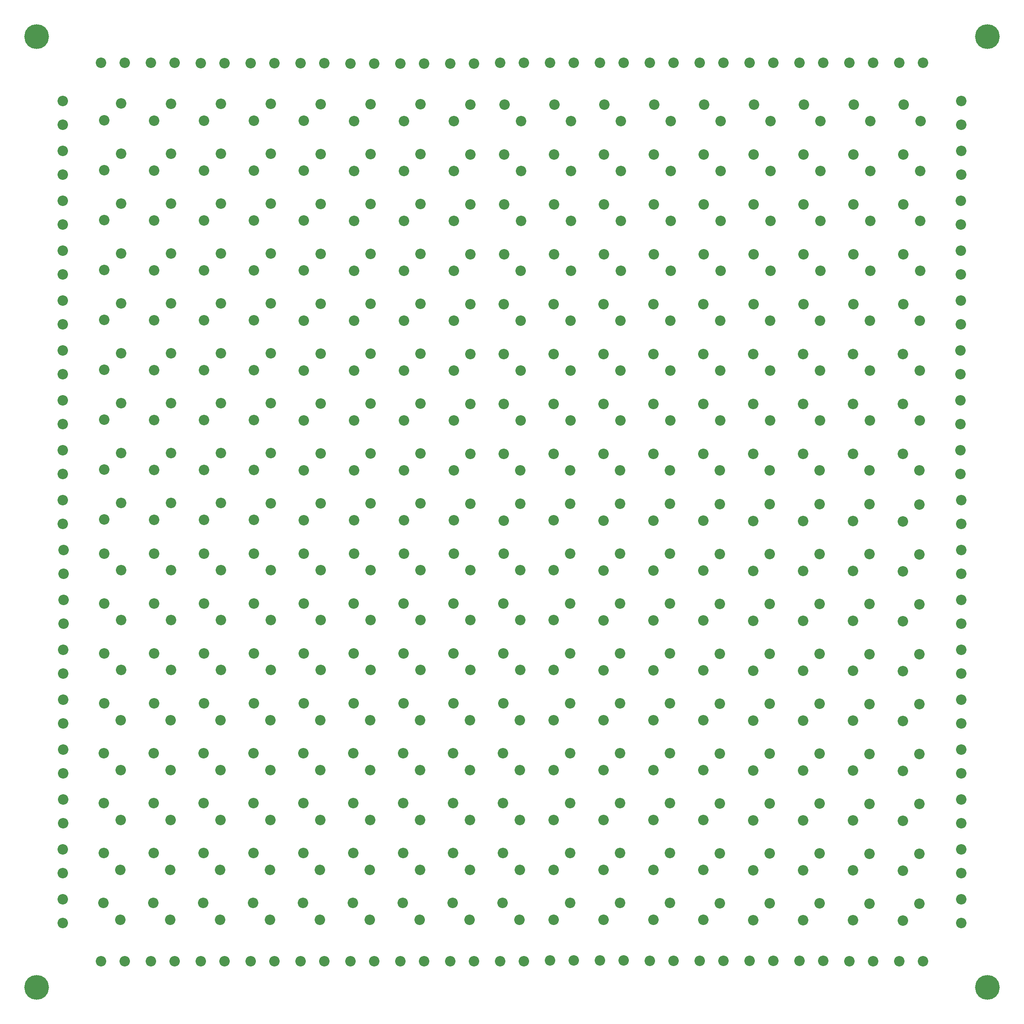
<source format=gbs>
G04 Layer_Color=16711935*
%FSLAX25Y25*%
%MOIN*%
G70*
G01*
G75*
%ADD33C,0.08674*%
%ADD34C,0.20485*%
D33*
X-9843Y372047D02*
D03*
X9843D02*
D03*
X372047Y299213D02*
D03*
Y279528D02*
D03*
X337668Y34379D02*
D03*
X323749Y48298D02*
D03*
X296330Y34379D02*
D03*
X282410Y48298D02*
D03*
X320866Y372047D02*
D03*
X340551D02*
D03*
X279527Y372047D02*
D03*
X299213D02*
D03*
X238189Y372047D02*
D03*
X257874D02*
D03*
X196850Y372047D02*
D03*
X216535D02*
D03*
X155512Y372047D02*
D03*
X175197D02*
D03*
X114173Y372047D02*
D03*
X133858D02*
D03*
X72835Y372047D02*
D03*
X92520D02*
D03*
X31496Y372047D02*
D03*
X51181D02*
D03*
X297019Y323749D02*
D03*
X283099Y337668D02*
D03*
X338357Y323749D02*
D03*
X324438Y337668D02*
D03*
X255680Y323749D02*
D03*
X241761Y337668D02*
D03*
X214342Y323749D02*
D03*
X200422Y337668D02*
D03*
X173003Y323749D02*
D03*
X159084Y337668D02*
D03*
X131665Y323749D02*
D03*
X117745Y337668D02*
D03*
X90326Y323749D02*
D03*
X76407Y337668D02*
D03*
X48987Y323749D02*
D03*
X35068Y337668D02*
D03*
X7649Y323749D02*
D03*
X-6271Y337668D02*
D03*
X296920Y282410D02*
D03*
X283001Y296330D02*
D03*
X338259Y282410D02*
D03*
X324340Y296330D02*
D03*
X255582Y282410D02*
D03*
X241662Y296330D02*
D03*
X214243Y282410D02*
D03*
X200324Y296330D02*
D03*
X172905Y282410D02*
D03*
X158985Y296330D02*
D03*
X131566Y282410D02*
D03*
X117647Y296330D02*
D03*
X90228Y282410D02*
D03*
X76308Y296330D02*
D03*
X48889Y282410D02*
D03*
X34969Y296330D02*
D03*
X7550Y282410D02*
D03*
X-6369Y296330D02*
D03*
X296822Y241072D02*
D03*
X282903Y254991D02*
D03*
X338160Y241072D02*
D03*
X324241Y254991D02*
D03*
X255483Y241072D02*
D03*
X241564Y254991D02*
D03*
X214145Y241072D02*
D03*
X200225Y254991D02*
D03*
X172806Y241072D02*
D03*
X158887Y254991D02*
D03*
X131468Y241072D02*
D03*
X117548Y254991D02*
D03*
X90129Y241072D02*
D03*
X76210Y254991D02*
D03*
X48790Y241072D02*
D03*
X34871Y254991D02*
D03*
X7452Y241072D02*
D03*
X-6468Y254991D02*
D03*
X296724Y199733D02*
D03*
X282804Y213653D02*
D03*
X338062Y199733D02*
D03*
X324143Y213653D02*
D03*
X255385Y199733D02*
D03*
X241465Y213653D02*
D03*
X214046Y199733D02*
D03*
X200127Y213653D02*
D03*
X172708Y199733D02*
D03*
X158788Y213653D02*
D03*
X131369Y199733D02*
D03*
X117450Y213653D02*
D03*
X90031Y199733D02*
D03*
X76111Y213653D02*
D03*
X48692Y199733D02*
D03*
X34773Y213653D02*
D03*
X7354Y199733D02*
D03*
X-6566Y213653D02*
D03*
X296625Y158395D02*
D03*
X282706Y172314D02*
D03*
X337964Y158395D02*
D03*
X324044Y172314D02*
D03*
X255287Y158395D02*
D03*
X241367Y172314D02*
D03*
X213948Y158395D02*
D03*
X200028Y172314D02*
D03*
X172609Y158395D02*
D03*
X158690Y172314D02*
D03*
X131271Y158395D02*
D03*
X117351Y172314D02*
D03*
X89932Y158395D02*
D03*
X76013Y172314D02*
D03*
X48594Y158395D02*
D03*
X34674Y172314D02*
D03*
X7255Y158395D02*
D03*
X-6664Y172314D02*
D03*
X296527Y117056D02*
D03*
X282607Y130975D02*
D03*
X337865Y117056D02*
D03*
X323946Y130975D02*
D03*
X255188Y117056D02*
D03*
X241269Y130975D02*
D03*
X213849Y117056D02*
D03*
X199930Y130975D02*
D03*
X172511Y117056D02*
D03*
X158591Y130975D02*
D03*
X131172Y117056D02*
D03*
X117253Y130975D02*
D03*
X89834Y117056D02*
D03*
X75914Y130975D02*
D03*
X48495Y117056D02*
D03*
X34576Y130975D02*
D03*
X7157Y117056D02*
D03*
X-6763Y130975D02*
D03*
X296428Y75717D02*
D03*
X282509Y89637D02*
D03*
X337767Y75717D02*
D03*
X323847Y89637D02*
D03*
X255090Y75718D02*
D03*
X241170Y89637D02*
D03*
X213751Y75718D02*
D03*
X199832Y89637D02*
D03*
X172413Y75718D02*
D03*
X158493Y89637D02*
D03*
X131074Y75718D02*
D03*
X117155Y89637D02*
D03*
X89735Y75718D02*
D03*
X75816Y89637D02*
D03*
X48397Y75718D02*
D03*
X34477Y89637D02*
D03*
X7058Y75718D02*
D03*
X-6861Y89637D02*
D03*
X6960Y34379D02*
D03*
X-6960Y48298D02*
D03*
X48298Y34379D02*
D03*
X34379Y48298D02*
D03*
X89637Y34379D02*
D03*
X75718Y48298D02*
D03*
X130975Y34379D02*
D03*
X117056Y48298D02*
D03*
X172314Y34379D02*
D03*
X158395Y48298D02*
D03*
X213653Y34379D02*
D03*
X199733Y48298D02*
D03*
X254991Y34379D02*
D03*
X241072Y48298D02*
D03*
X372146Y340551D02*
D03*
Y320866D02*
D03*
X371457Y51181D02*
D03*
Y31496D02*
D03*
X371555Y92520D02*
D03*
Y72835D02*
D03*
X371654Y133858D02*
D03*
Y114173D02*
D03*
X371752Y175197D02*
D03*
Y155512D02*
D03*
X371850Y216535D02*
D03*
Y196850D02*
D03*
X371949Y257874D02*
D03*
Y238189D02*
D03*
X-257874Y371949D02*
D03*
X-238189D02*
D03*
X-216535Y371850D02*
D03*
X-196850D02*
D03*
X-175197Y371752D02*
D03*
X-155512D02*
D03*
X-133858Y371654D02*
D03*
X-114173D02*
D03*
X-92520Y371555D02*
D03*
X-72835D02*
D03*
X-51181Y371457D02*
D03*
X-31496D02*
D03*
X-340551Y372146D02*
D03*
X-320866D02*
D03*
X-34379Y254991D02*
D03*
X-48298Y241072D02*
D03*
X-34379Y213653D02*
D03*
X-48298Y199733D02*
D03*
X-34379Y172314D02*
D03*
X-48298Y158395D02*
D03*
X-34379Y130975D02*
D03*
X-48298Y117056D02*
D03*
X-34379Y89637D02*
D03*
X-48298Y75718D02*
D03*
X-34379Y48298D02*
D03*
X-48298Y34379D02*
D03*
X-34379Y6960D02*
D03*
X-48298Y-6960D02*
D03*
X-75718Y7058D02*
D03*
X-89637Y-6861D02*
D03*
X-75718Y48397D02*
D03*
X-89637Y34477D02*
D03*
X-75718Y89735D02*
D03*
X-89637Y75816D02*
D03*
X-75718Y131074D02*
D03*
X-89637Y117155D02*
D03*
X-75718Y172413D02*
D03*
X-89637Y158493D02*
D03*
X-75718Y213751D02*
D03*
X-89637Y199832D02*
D03*
X-75718Y255090D02*
D03*
X-89637Y241170D02*
D03*
X-75717Y337767D02*
D03*
X-89637Y323847D02*
D03*
X-75717Y296428D02*
D03*
X-89637Y282509D02*
D03*
X-117056Y7157D02*
D03*
X-130975Y-6763D02*
D03*
X-117056Y48495D02*
D03*
X-130975Y34576D02*
D03*
X-117056Y89834D02*
D03*
X-130975Y75914D02*
D03*
X-117056Y131172D02*
D03*
X-130975Y117253D02*
D03*
X-117056Y172511D02*
D03*
X-130975Y158591D02*
D03*
X-117056Y213849D02*
D03*
X-130975Y199930D02*
D03*
X-117056Y255188D02*
D03*
X-130975Y241269D02*
D03*
X-117056Y337865D02*
D03*
X-130975Y323946D02*
D03*
X-117056Y296527D02*
D03*
X-130975Y282607D02*
D03*
X-158395Y7255D02*
D03*
X-172314Y-6664D02*
D03*
X-158395Y48594D02*
D03*
X-172314Y34674D02*
D03*
X-158395Y89932D02*
D03*
X-172314Y76013D02*
D03*
X-158395Y131271D02*
D03*
X-172314Y117351D02*
D03*
X-158395Y172609D02*
D03*
X-172314Y158690D02*
D03*
X-158395Y213948D02*
D03*
X-172314Y200028D02*
D03*
X-158395Y255287D02*
D03*
X-172314Y241367D02*
D03*
X-158395Y337964D02*
D03*
X-172314Y324044D02*
D03*
X-158395Y296625D02*
D03*
X-172314Y282706D02*
D03*
X-199733Y7354D02*
D03*
X-213653Y-6566D02*
D03*
X-199733Y48692D02*
D03*
X-213653Y34773D02*
D03*
X-199733Y90031D02*
D03*
X-213653Y76111D02*
D03*
X-199733Y131369D02*
D03*
X-213653Y117450D02*
D03*
X-199733Y172708D02*
D03*
X-213653Y158788D02*
D03*
X-199733Y214046D02*
D03*
X-213653Y200127D02*
D03*
X-199733Y255385D02*
D03*
X-213653Y241465D02*
D03*
X-199733Y338062D02*
D03*
X-213653Y324143D02*
D03*
X-199733Y296724D02*
D03*
X-213653Y282804D02*
D03*
X-241072Y7452D02*
D03*
X-254991Y-6468D02*
D03*
X-241072Y48790D02*
D03*
X-254991Y34871D02*
D03*
X-241072Y90129D02*
D03*
X-254991Y76210D02*
D03*
X-241072Y131468D02*
D03*
X-254991Y117548D02*
D03*
X-241072Y172806D02*
D03*
X-254991Y158887D02*
D03*
X-241072Y214145D02*
D03*
X-254991Y200225D02*
D03*
X-241072Y255483D02*
D03*
X-254991Y241564D02*
D03*
X-241072Y338160D02*
D03*
X-254991Y324241D02*
D03*
X-241072Y296822D02*
D03*
X-254991Y282903D02*
D03*
X-282410Y7550D02*
D03*
X-296330Y-6369D02*
D03*
X-282410Y48889D02*
D03*
X-296330Y34969D02*
D03*
X-282410Y90228D02*
D03*
X-296330Y76308D02*
D03*
X-282410Y131566D02*
D03*
X-296330Y117647D02*
D03*
X-282410Y172905D02*
D03*
X-296330Y158985D02*
D03*
X-282410Y214243D02*
D03*
X-296330Y200324D02*
D03*
X-282410Y255582D02*
D03*
X-296330Y241662D02*
D03*
X-282410Y338259D02*
D03*
X-296330Y324340D02*
D03*
X-282410Y296920D02*
D03*
X-296330Y283001D02*
D03*
X-323749Y7649D02*
D03*
X-337668Y-6271D02*
D03*
X-323749Y48987D02*
D03*
X-337668Y35068D02*
D03*
X-323749Y90326D02*
D03*
X-337668Y76407D02*
D03*
X-323749Y131665D02*
D03*
X-337668Y117745D02*
D03*
X-323749Y173003D02*
D03*
X-337668Y159084D02*
D03*
X-323749Y214342D02*
D03*
X-337668Y200422D02*
D03*
X-323749Y255680D02*
D03*
X-337668Y241761D02*
D03*
X-323749Y338357D02*
D03*
X-337668Y324438D02*
D03*
X-323749Y297019D02*
D03*
X-337668Y283099D02*
D03*
X-372047Y31496D02*
D03*
Y51181D02*
D03*
X-372047Y72835D02*
D03*
Y92520D02*
D03*
X-372047Y114173D02*
D03*
Y133858D02*
D03*
X-372047Y155512D02*
D03*
Y175197D02*
D03*
X-372047Y196850D02*
D03*
Y216535D02*
D03*
X-372047Y238189D02*
D03*
Y257874D02*
D03*
X-372047Y279527D02*
D03*
Y299213D02*
D03*
X-372047Y320866D02*
D03*
Y340551D02*
D03*
X-34379Y296330D02*
D03*
X-48298Y282410D02*
D03*
X-34379Y337668D02*
D03*
X-48298Y323749D02*
D03*
X-299213Y372047D02*
D03*
X-279528D02*
D03*
X-372047Y-9843D02*
D03*
Y9843D02*
D03*
X-371949Y-257874D02*
D03*
Y-238189D02*
D03*
X-371850Y-216535D02*
D03*
Y-196850D02*
D03*
X-371752Y-175197D02*
D03*
Y-155512D02*
D03*
X-371654Y-133858D02*
D03*
Y-114173D02*
D03*
X-371555Y-92520D02*
D03*
Y-72835D02*
D03*
X-371457Y-51181D02*
D03*
Y-31496D02*
D03*
X-372146Y-340551D02*
D03*
Y-320866D02*
D03*
X-254991Y-34379D02*
D03*
X-241072Y-48298D02*
D03*
X-213653Y-34379D02*
D03*
X-199733Y-48298D02*
D03*
X-172314Y-34379D02*
D03*
X-158395Y-48298D02*
D03*
X-130975Y-34379D02*
D03*
X-117056Y-48298D02*
D03*
X-89637Y-34379D02*
D03*
X-75718Y-48298D02*
D03*
X-48298Y-34379D02*
D03*
X-34379Y-48298D02*
D03*
X-6960Y-34379D02*
D03*
X6960Y-48298D02*
D03*
X-7058Y-75718D02*
D03*
X6861Y-89637D02*
D03*
X-48397Y-75718D02*
D03*
X-34477Y-89637D02*
D03*
X-89735Y-75718D02*
D03*
X-75816Y-89637D02*
D03*
X-131074Y-75718D02*
D03*
X-117155Y-89637D02*
D03*
X-172413Y-75718D02*
D03*
X-158493Y-89637D02*
D03*
X-213751Y-75718D02*
D03*
X-199832Y-89637D02*
D03*
X-255090Y-75718D02*
D03*
X-241170Y-89637D02*
D03*
X-337767Y-75717D02*
D03*
X-323847Y-89637D02*
D03*
X-296428Y-75717D02*
D03*
X-282509Y-89637D02*
D03*
X-7157Y-117056D02*
D03*
X6763Y-130975D02*
D03*
X-48495Y-117056D02*
D03*
X-34576Y-130975D02*
D03*
X-89834Y-117056D02*
D03*
X-75914Y-130975D02*
D03*
X-131172Y-117056D02*
D03*
X-117253Y-130975D02*
D03*
X-172511Y-117056D02*
D03*
X-158591Y-130975D02*
D03*
X-213849Y-117056D02*
D03*
X-199930Y-130975D02*
D03*
X-255188Y-117056D02*
D03*
X-241269Y-130975D02*
D03*
X-337865Y-117056D02*
D03*
X-323946Y-130975D02*
D03*
X-296527Y-117056D02*
D03*
X-282607Y-130975D02*
D03*
X-7255Y-158395D02*
D03*
X6664Y-172314D02*
D03*
X-48594Y-158395D02*
D03*
X-34674Y-172314D02*
D03*
X-89932Y-158395D02*
D03*
X-76013Y-172314D02*
D03*
X-131271Y-158395D02*
D03*
X-117351Y-172314D02*
D03*
X-172609Y-158395D02*
D03*
X-158690Y-172314D02*
D03*
X-213948Y-158395D02*
D03*
X-200028Y-172314D02*
D03*
X-255287Y-158395D02*
D03*
X-241367Y-172314D02*
D03*
X-337964Y-158395D02*
D03*
X-324044Y-172314D02*
D03*
X-296625Y-158395D02*
D03*
X-282706Y-172314D02*
D03*
X-7354Y-199733D02*
D03*
X6566Y-213653D02*
D03*
X-48692Y-199733D02*
D03*
X-34773Y-213653D02*
D03*
X-90031Y-199733D02*
D03*
X-76111Y-213653D02*
D03*
X-131369Y-199733D02*
D03*
X-117450Y-213653D02*
D03*
X-172708Y-199733D02*
D03*
X-158788Y-213653D02*
D03*
X-214046Y-199733D02*
D03*
X-200127Y-213653D02*
D03*
X-255385Y-199733D02*
D03*
X-241465Y-213653D02*
D03*
X-338062Y-199733D02*
D03*
X-324143Y-213653D02*
D03*
X-296724Y-199733D02*
D03*
X-282804Y-213653D02*
D03*
X-7452Y-241072D02*
D03*
X6468Y-254991D02*
D03*
X-48790Y-241072D02*
D03*
X-34871Y-254991D02*
D03*
X-90129Y-241072D02*
D03*
X-76210Y-254991D02*
D03*
X-131468Y-241072D02*
D03*
X-117548Y-254991D02*
D03*
X-172806Y-241072D02*
D03*
X-158887Y-254991D02*
D03*
X-214145Y-241072D02*
D03*
X-200225Y-254991D02*
D03*
X-255483Y-241072D02*
D03*
X-241564Y-254991D02*
D03*
X-338160Y-241072D02*
D03*
X-324241Y-254991D02*
D03*
X-296822Y-241072D02*
D03*
X-282903Y-254991D02*
D03*
X-7550Y-282410D02*
D03*
X6369Y-296330D02*
D03*
X-48889Y-282410D02*
D03*
X-34969Y-296330D02*
D03*
X-90228Y-282410D02*
D03*
X-76308Y-296330D02*
D03*
X-131566Y-282410D02*
D03*
X-117647Y-296330D02*
D03*
X-172905Y-282410D02*
D03*
X-158985Y-296330D02*
D03*
X-214243Y-282410D02*
D03*
X-200324Y-296330D02*
D03*
X-255582Y-282410D02*
D03*
X-241662Y-296330D02*
D03*
X-338259Y-282410D02*
D03*
X-324340Y-296330D02*
D03*
X-296920Y-282410D02*
D03*
X-283001Y-296330D02*
D03*
X-7649Y-323749D02*
D03*
X6271Y-337668D02*
D03*
X-48987Y-323749D02*
D03*
X-35068Y-337668D02*
D03*
X-90326Y-323749D02*
D03*
X-76407Y-337668D02*
D03*
X-131665Y-323749D02*
D03*
X-117745Y-337668D02*
D03*
X-173003Y-323749D02*
D03*
X-159084Y-337668D02*
D03*
X-214342Y-323749D02*
D03*
X-200422Y-337668D02*
D03*
X-255680Y-323749D02*
D03*
X-241761Y-337668D02*
D03*
X-338357Y-323749D02*
D03*
X-324438Y-337668D02*
D03*
X-297019Y-323749D02*
D03*
X-283099Y-337668D02*
D03*
X-31496Y-372047D02*
D03*
X-51181D02*
D03*
X-72835Y-372047D02*
D03*
X-92520D02*
D03*
X-114173Y-372047D02*
D03*
X-133858D02*
D03*
X-155512Y-372047D02*
D03*
X-175197D02*
D03*
X-196850Y-372047D02*
D03*
X-216535D02*
D03*
X-238189Y-372047D02*
D03*
X-257874D02*
D03*
X-279527Y-372047D02*
D03*
X-299213D02*
D03*
X-320866Y-372047D02*
D03*
X-340551D02*
D03*
X-296330Y-34379D02*
D03*
X-282410Y-48298D02*
D03*
X-337668Y-34379D02*
D03*
X-323749Y-48298D02*
D03*
X-372047Y-299213D02*
D03*
Y-279528D02*
D03*
X9843Y-372047D02*
D03*
X-9843D02*
D03*
X257874Y-371949D02*
D03*
X238189D02*
D03*
X216535Y-371850D02*
D03*
X196850D02*
D03*
X175197Y-371752D02*
D03*
X155512D02*
D03*
X133858Y-371654D02*
D03*
X114173D02*
D03*
X92520Y-371555D02*
D03*
X72835D02*
D03*
X51181Y-371457D02*
D03*
X31496D02*
D03*
X340551Y-372146D02*
D03*
X320866D02*
D03*
X34379Y-254991D02*
D03*
X48298Y-241072D02*
D03*
X34379Y-213653D02*
D03*
X48298Y-199733D02*
D03*
X34379Y-172314D02*
D03*
X48298Y-158395D02*
D03*
X34379Y-130975D02*
D03*
X48298Y-117056D02*
D03*
X34379Y-89637D02*
D03*
X48298Y-75718D02*
D03*
X34379Y-48298D02*
D03*
X48298Y-34379D02*
D03*
X34379Y-6960D02*
D03*
X48298Y6960D02*
D03*
X75718Y-7058D02*
D03*
X89637Y6861D02*
D03*
X75718Y-48397D02*
D03*
X89637Y-34477D02*
D03*
X75718Y-89735D02*
D03*
X89637Y-75816D02*
D03*
X75718Y-131074D02*
D03*
X89637Y-117155D02*
D03*
X75718Y-172413D02*
D03*
X89637Y-158493D02*
D03*
X75718Y-213751D02*
D03*
X89637Y-199832D02*
D03*
X75718Y-255090D02*
D03*
X89637Y-241170D02*
D03*
X75717Y-337767D02*
D03*
X89637Y-323847D02*
D03*
X75717Y-296428D02*
D03*
X89637Y-282509D02*
D03*
X117056Y-7157D02*
D03*
X130975Y6763D02*
D03*
X117056Y-48495D02*
D03*
X130975Y-34576D02*
D03*
X117056Y-89834D02*
D03*
X130975Y-75914D02*
D03*
X117056Y-131172D02*
D03*
X130975Y-117253D02*
D03*
X117056Y-172511D02*
D03*
X130975Y-158591D02*
D03*
X117056Y-213849D02*
D03*
X130975Y-199930D02*
D03*
X117056Y-255188D02*
D03*
X130975Y-241269D02*
D03*
X117056Y-337865D02*
D03*
X130975Y-323946D02*
D03*
X117056Y-296527D02*
D03*
X130975Y-282607D02*
D03*
X158395Y-7255D02*
D03*
X172314Y6664D02*
D03*
X158395Y-48594D02*
D03*
X172314Y-34674D02*
D03*
X158395Y-89932D02*
D03*
X172314Y-76013D02*
D03*
X158395Y-131271D02*
D03*
X172314Y-117351D02*
D03*
X158395Y-172609D02*
D03*
X172314Y-158690D02*
D03*
X158395Y-213948D02*
D03*
X172314Y-200028D02*
D03*
X158395Y-255287D02*
D03*
X172314Y-241367D02*
D03*
X158395Y-337964D02*
D03*
X172314Y-324044D02*
D03*
X158395Y-296625D02*
D03*
X172314Y-282706D02*
D03*
X199733Y-7354D02*
D03*
X213653Y6566D02*
D03*
X199733Y-48692D02*
D03*
X213653Y-34773D02*
D03*
X199733Y-90031D02*
D03*
X213653Y-76111D02*
D03*
X199733Y-131369D02*
D03*
X213653Y-117450D02*
D03*
X199733Y-172708D02*
D03*
X213653Y-158788D02*
D03*
X199733Y-214046D02*
D03*
X213653Y-200127D02*
D03*
X199733Y-255385D02*
D03*
X213653Y-241465D02*
D03*
X199733Y-338062D02*
D03*
X213653Y-324143D02*
D03*
X199733Y-296724D02*
D03*
X213653Y-282804D02*
D03*
X241072Y-7452D02*
D03*
X254991Y6468D02*
D03*
X241072Y-48790D02*
D03*
X254991Y-34871D02*
D03*
X241072Y-90129D02*
D03*
X254991Y-76210D02*
D03*
X241072Y-131468D02*
D03*
X254991Y-117548D02*
D03*
X241072Y-172806D02*
D03*
X254991Y-158887D02*
D03*
X241072Y-214145D02*
D03*
X254991Y-200225D02*
D03*
X241072Y-255483D02*
D03*
X254991Y-241564D02*
D03*
X241072Y-338160D02*
D03*
X254991Y-324241D02*
D03*
X241072Y-296822D02*
D03*
X254991Y-282903D02*
D03*
X282410Y-7550D02*
D03*
X296330Y6369D02*
D03*
X282410Y-48889D02*
D03*
X296330Y-34969D02*
D03*
X282410Y-90228D02*
D03*
X296330Y-76308D02*
D03*
X282410Y-131566D02*
D03*
X296330Y-117647D02*
D03*
X282410Y-172905D02*
D03*
X296330Y-158985D02*
D03*
X282410Y-214243D02*
D03*
X296330Y-200324D02*
D03*
X282410Y-255582D02*
D03*
X296330Y-241662D02*
D03*
X282410Y-338259D02*
D03*
X296330Y-324340D02*
D03*
X282410Y-296920D02*
D03*
X296330Y-283001D02*
D03*
X323749Y-7649D02*
D03*
X337668Y6271D02*
D03*
X323749Y-48987D02*
D03*
X337668Y-35068D02*
D03*
X323749Y-90326D02*
D03*
X337668Y-76407D02*
D03*
X323749Y-131665D02*
D03*
X337668Y-117745D02*
D03*
X323749Y-173003D02*
D03*
X337668Y-159084D02*
D03*
X323749Y-214342D02*
D03*
X337668Y-200422D02*
D03*
X323749Y-255680D02*
D03*
X337668Y-241761D02*
D03*
X323749Y-338357D02*
D03*
X337668Y-324438D02*
D03*
X323749Y-297019D02*
D03*
X337668Y-283099D02*
D03*
X372047Y-31496D02*
D03*
Y-51181D02*
D03*
X372047Y-72835D02*
D03*
Y-92520D02*
D03*
X372047Y-114173D02*
D03*
Y-133858D02*
D03*
X372047Y-155512D02*
D03*
Y-175197D02*
D03*
X372047Y-196850D02*
D03*
Y-216535D02*
D03*
X372047Y-238189D02*
D03*
Y-257874D02*
D03*
X372047Y-279527D02*
D03*
Y-299213D02*
D03*
X372047Y-320866D02*
D03*
Y-340551D02*
D03*
X34379Y-296330D02*
D03*
X48298Y-282410D02*
D03*
X34379Y-337668D02*
D03*
X48298Y-323749D02*
D03*
X299213Y-372047D02*
D03*
X279528D02*
D03*
X372047Y9843D02*
D03*
Y-9843D02*
D03*
X6960Y6861D02*
D03*
X-6960Y-7058D02*
D03*
D34*
X393701Y393701D02*
D03*
X-393701D02*
D03*
X393701Y-393701D02*
D03*
X-393701D02*
D03*
M02*

</source>
